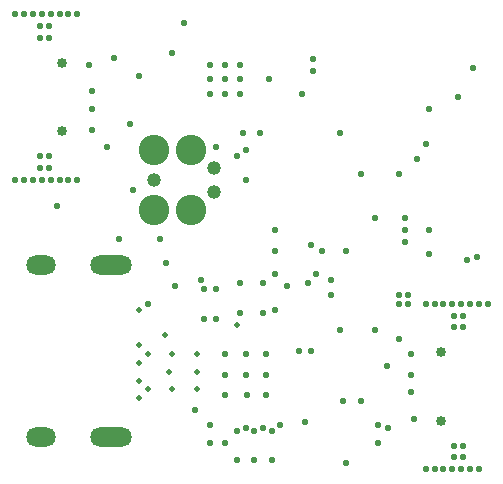
<source format=gbs>
%FSLAX46Y46*%
%MOMM*%
%AMPS17*
1,1,0.550000,0.000000,0.000000*
%
%ADD17PS17*%
%AMPS18*
1,1,0.500000,0.000000,0.000000*
%
%ADD18PS18*%
%AMPS15*
21,1,1.800000,1.700000,0.000000,0.000000,0.000000*
1,1,1.700000,0.900000,0.000000*
1,1,1.700000,-0.900000,0.000000*
%
%ADD15PS15*%
%AMPS16*
21,1,0.800000,1.700000,0.000000,0.000000,0.000000*
1,1,1.700000,0.400000,0.000000*
1,1,1.700000,-0.400000,0.000000*
%
%ADD16PS16*%
%AMPS11*
1,1,2.575000,0.000000,0.000000*
%
%ADD11PS11*%
%AMPS12*
1,1,2.575000,0.000000,0.000000*
%
%ADD12PS12*%
%AMPS14*
1,1,0.850000,0.000000,0.000000*
%
%ADD14PS14*%
%AMPS10*
1,1,0.850000,0.000000,0.000000*
%
%ADD10PS10*%
%AMPS13*
1,1,1.190600,0.000000,0.000000*
%
%ADD13PS13*%
G01*
%LPD*%
G01*
%LPD*%
G75*
D10*
X4930000Y35890000D03*
D10*
X4930000Y30110000D03*
D11*
X12710000Y28540000D03*
D11*
X15885000Y28540000D03*
D12*
X12710000Y23460000D03*
D13*
X17790000Y27016000D03*
D13*
X17790000Y24984000D03*
D13*
X12710000Y26000000D03*
D12*
X15885000Y23460000D03*
D14*
X37070000Y5610000D03*
D14*
X37070000Y11390000D03*
D15*
X9110000Y4250000D03*
D15*
X9110000Y18750000D03*
D16*
X3150000Y18750000D03*
D16*
X3150000Y4250000D03*
D17*
X18750000Y9500000D03*
D17*
X20500000Y26000000D03*
D17*
X18750000Y7750000D03*
D17*
X17500000Y5250000D03*
D17*
X22000000Y17250000D03*
D18*
X12250000Y8250000D03*
D17*
X36500000Y15500000D03*
D17*
X4500000Y23750000D03*
D17*
X13250000Y21000000D03*
D17*
X25750000Y17250000D03*
D17*
X6250000Y40000000D03*
D17*
X21750000Y30000000D03*
D17*
X18750000Y34500000D03*
D17*
X27750000Y17500000D03*
D17*
X22500000Y34500000D03*
D17*
X22000000Y5000000D03*
D18*
X11500000Y10500000D03*
D17*
X36000000Y19750000D03*
D17*
X36000000Y32000000D03*
D17*
X40250000Y1500000D03*
D17*
X35750000Y1500000D03*
D17*
X18750002Y35749999D03*
D17*
X34520000Y9500000D03*
D17*
X38000000Y15500000D03*
D17*
X23458871Y5270565D03*
D18*
X16425000Y9750000D03*
D17*
X3090000Y27000000D03*
D17*
X33500000Y26500000D03*
D17*
X39250000Y19250000D03*
D17*
X20000002Y34499999D03*
D17*
X33500000Y12500000D03*
D18*
X11500000Y14995000D03*
D17*
X19750000Y4750000D03*
D17*
X9345799Y36325633D03*
D17*
X20500000Y5000000D03*
D17*
X17500000Y3750000D03*
D17*
X3250000Y40000000D03*
D17*
X22750000Y2250000D03*
D17*
X22250000Y9500000D03*
D17*
X40250000Y15500000D03*
D17*
X18000000Y16750000D03*
D18*
X11500000Y12000000D03*
D18*
X11500000Y7500000D03*
D17*
X1750000Y26000000D03*
D17*
X16250000Y6500000D03*
D17*
X17500002Y35749999D03*
D17*
X27000000Y20000000D03*
D17*
X4750000Y40000000D03*
D17*
X41000000Y15500000D03*
D17*
X39500000Y1500000D03*
D18*
X14250000Y11250000D03*
D17*
X39500000Y15500000D03*
D17*
X18750000Y3750000D03*
D17*
X35000000Y27750000D03*
D18*
X16425000Y11250000D03*
D17*
X34250000Y16250000D03*
D17*
X33500000Y16250000D03*
D17*
X24000000Y17000000D03*
D17*
X20000000Y17250000D03*
D17*
X37250000Y15500000D03*
D17*
X9750000Y21000000D03*
D18*
X16425000Y8250000D03*
D17*
X23000000Y20000000D03*
D17*
X20500000Y28500000D03*
D18*
X11500000Y9000000D03*
D17*
X20000002Y33249999D03*
D17*
X34000000Y22750000D03*
D17*
X18750000Y11250000D03*
D17*
X33500000Y15500000D03*
D17*
X13750000Y19000000D03*
D17*
X20250000Y30000000D03*
D17*
X20000000Y14750000D03*
D17*
X29000000Y2000000D03*
D17*
X1750000Y40000000D03*
D17*
X26250000Y36250000D03*
D17*
X17500002Y33249999D03*
D17*
X38000000Y1500000D03*
D17*
X34000000Y20750000D03*
D17*
X16750000Y17500000D03*
D17*
X3090000Y39000000D03*
D17*
X26000000Y11500000D03*
D18*
X14250000Y8250000D03*
D17*
X8750000Y28750000D03*
D17*
X1000000Y26000000D03*
D17*
X30250000Y7250000D03*
D17*
X4750000Y26000000D03*
D17*
X22750000Y4750000D03*
D17*
X36000000Y21750000D03*
D17*
X26250000Y35250000D03*
D17*
X7480000Y32000000D03*
D18*
X14000000Y9750000D03*
D17*
X14250000Y36750000D03*
D17*
X19750000Y28000000D03*
D17*
X10750000Y30750000D03*
D17*
X3840000Y28000000D03*
D17*
X38750000Y15500000D03*
D17*
X34250000Y15500000D03*
D17*
X25250000Y33250000D03*
D17*
X15250000Y39250000D03*
D17*
X18000000Y28750000D03*
D17*
X22250000Y11250000D03*
D17*
X3840000Y38000000D03*
D17*
X28500000Y13250000D03*
D17*
X20500000Y11250000D03*
D17*
X20500000Y9500000D03*
D17*
X5500000Y40000000D03*
D17*
X38910000Y2500000D03*
D17*
X3250000Y26000000D03*
D17*
X18750002Y33249999D03*
D17*
X28500000Y30000000D03*
D18*
X12250000Y11250000D03*
D17*
X12250000Y15500000D03*
D17*
X22250000Y7750000D03*
D17*
X6250000Y26000000D03*
D17*
X2500000Y40000000D03*
D17*
X5500000Y26000000D03*
D17*
X31500000Y13250000D03*
D17*
X26000000Y20500000D03*
D17*
X25500000Y5500000D03*
D17*
X3090000Y38000000D03*
D17*
X31750000Y5250000D03*
D17*
X38160000Y3500000D03*
D18*
X13675000Y12825000D03*
D17*
X7480000Y33500000D03*
D17*
X37250000Y1500000D03*
D17*
X34520000Y11250000D03*
D17*
X7230000Y35750000D03*
D17*
X34000000Y21750000D03*
D17*
X38750000Y1500000D03*
D17*
X38160000Y14500000D03*
D17*
X19750000Y2250000D03*
D17*
X27750000Y16250000D03*
D17*
X30250000Y26500000D03*
D17*
X38910000Y14500000D03*
D17*
X32500000Y10250000D03*
D17*
X39750000Y35500000D03*
D17*
X18000000Y14250000D03*
D17*
X26500000Y18000000D03*
D17*
X31500000Y22750000D03*
D17*
X25000000Y11500000D03*
D17*
X31750000Y3750000D03*
D17*
X38160000Y13500000D03*
D17*
X21250000Y2250000D03*
D17*
X38910000Y3500000D03*
D17*
X23000000Y21750000D03*
D17*
X20000002Y35749999D03*
D18*
X19745000Y13750000D03*
D17*
X38160000Y2500000D03*
D17*
X22000000Y14750000D03*
D17*
X4000000Y26000000D03*
D17*
X38500000Y33000000D03*
D17*
X1000000Y40000000D03*
D17*
X38910000Y13500000D03*
D17*
X20625000Y7750000D03*
D17*
X21250000Y4750000D03*
D17*
X36500000Y1500000D03*
D17*
X2500000Y26000000D03*
D17*
X32520000Y5000000D03*
D17*
X28750000Y7250000D03*
D17*
X17500002Y34499999D03*
D17*
X17000000Y14250000D03*
D17*
X4000000Y40000000D03*
D17*
X17000000Y16750000D03*
D17*
X35750000Y15500000D03*
D17*
X3840000Y27000000D03*
D17*
X34520000Y8000000D03*
D17*
X29000000Y20000000D03*
D17*
X40105000Y19500000D03*
D17*
X10979680Y25129680D03*
D17*
X3840000Y39000000D03*
D17*
X35750000Y29000000D03*
D17*
X7480000Y30250000D03*
D17*
X3090000Y28000000D03*
D17*
X14500000Y17000000D03*
D17*
X11500000Y34750000D03*
D17*
X23000000Y15000000D03*
D17*
X23000000Y18000000D03*
D17*
X34770000Y5750000D03*
M02*

</source>
